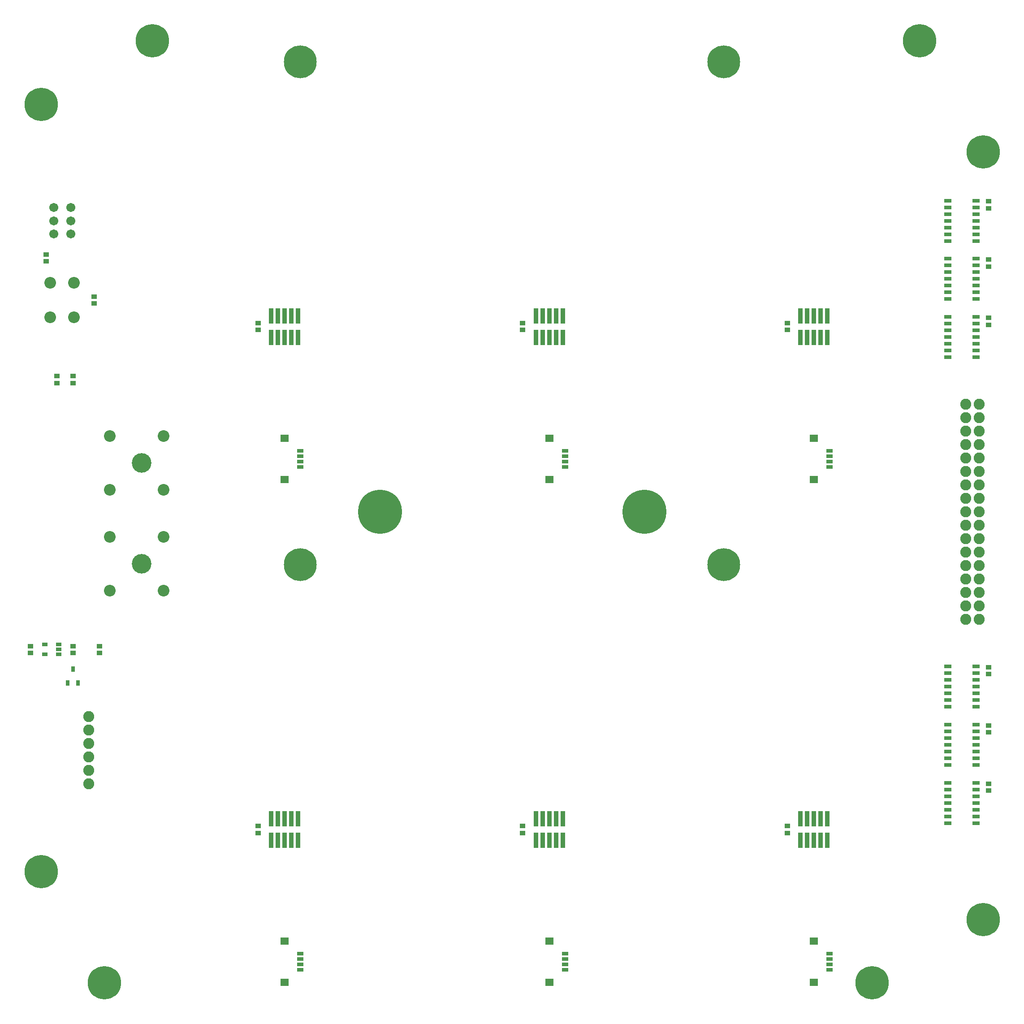
<source format=gts>
G04*
G04 #@! TF.GenerationSoftware,Altium Limited,CircuitStudio,1.5.2 (30)*
G04*
G04 Layer_Color=20142*
%FSLAX25Y25*%
%MOIN*%
G70*
G01*
G75*
%ADD44R,0.04343X0.03556*%
%ADD45R,0.04343X0.03162*%
%ADD46R,0.05918X0.05761*%
%ADD47R,0.04737X0.02965*%
%ADD48R,0.03713X0.11784*%
%ADD49R,0.05446X0.03084*%
%ADD50R,0.03162X0.04343*%
%ADD51C,0.08200*%
%ADD52C,0.06706*%
%ADD53C,0.08674*%
%ADD54C,0.24422*%
%ADD55C,0.14579*%
%ADD56C,0.24816*%
%ADD57C,0.32690*%
D44*
X429134Y868701D02*
D03*
Y863583D02*
D03*
X460630Y662795D02*
D03*
Y667913D02*
D03*
X409449D02*
D03*
Y662795D02*
D03*
X440945Y667913D02*
D03*
Y662795D02*
D03*
X1122047Y565551D02*
D03*
Y560433D02*
D03*
Y608858D02*
D03*
Y603740D02*
D03*
Y647047D02*
D03*
Y652165D02*
D03*
Y906890D02*
D03*
Y912008D02*
D03*
Y950197D02*
D03*
Y955315D02*
D03*
X775591Y902953D02*
D03*
Y908071D02*
D03*
X972441Y528937D02*
D03*
Y534055D02*
D03*
X578740Y528937D02*
D03*
Y534055D02*
D03*
Y902953D02*
D03*
Y908071D02*
D03*
X1122047Y993504D02*
D03*
Y998622D02*
D03*
X440945Y868701D02*
D03*
Y863583D02*
D03*
X456693Y922638D02*
D03*
Y927756D02*
D03*
X421260Y954134D02*
D03*
Y959252D02*
D03*
X972441Y908071D02*
D03*
Y902953D02*
D03*
X775591Y534055D02*
D03*
Y528937D02*
D03*
D45*
X420079Y661614D02*
D03*
Y669095D02*
D03*
X430315Y661614D02*
D03*
Y665354D02*
D03*
Y669095D02*
D03*
D46*
X992205Y417815D02*
D03*
Y448327D02*
D03*
X598504Y417815D02*
D03*
Y448327D02*
D03*
X795354Y417815D02*
D03*
Y448327D02*
D03*
X992205Y791831D02*
D03*
Y822342D02*
D03*
X795354Y791831D02*
D03*
Y822342D02*
D03*
X598504Y791831D02*
D03*
Y822342D02*
D03*
D47*
X1003937Y427165D02*
D03*
Y431102D02*
D03*
Y435039D02*
D03*
Y438976D02*
D03*
X610236Y427165D02*
D03*
Y431102D02*
D03*
Y435039D02*
D03*
Y438976D02*
D03*
X807087Y427165D02*
D03*
Y431102D02*
D03*
Y435039D02*
D03*
Y438976D02*
D03*
X1003937Y801181D02*
D03*
Y805118D02*
D03*
Y809055D02*
D03*
Y812992D02*
D03*
X807087Y801181D02*
D03*
Y805118D02*
D03*
Y809055D02*
D03*
Y812992D02*
D03*
X610236Y801181D02*
D03*
Y805118D02*
D03*
Y809055D02*
D03*
Y812992D02*
D03*
D48*
X1002126Y539508D02*
D03*
Y523484D02*
D03*
X997126Y539508D02*
D03*
Y523484D02*
D03*
X992126Y539508D02*
D03*
Y523484D02*
D03*
X987126Y539508D02*
D03*
Y523484D02*
D03*
X982126Y539508D02*
D03*
Y523484D02*
D03*
X608425Y539508D02*
D03*
Y523484D02*
D03*
X603425Y539508D02*
D03*
Y523484D02*
D03*
X598425Y539508D02*
D03*
Y523484D02*
D03*
X593425Y539508D02*
D03*
Y523484D02*
D03*
X588425Y539508D02*
D03*
Y523484D02*
D03*
X805276Y539508D02*
D03*
Y523484D02*
D03*
X800276Y539508D02*
D03*
Y523484D02*
D03*
X795276Y539508D02*
D03*
Y523484D02*
D03*
X790276Y539508D02*
D03*
Y523484D02*
D03*
X785276Y539508D02*
D03*
Y523484D02*
D03*
X1002126Y913524D02*
D03*
Y897500D02*
D03*
X997126Y913524D02*
D03*
Y897500D02*
D03*
X992126Y913524D02*
D03*
Y897500D02*
D03*
X987126Y913524D02*
D03*
Y897500D02*
D03*
X982126Y913524D02*
D03*
Y897500D02*
D03*
X805276Y913524D02*
D03*
Y897500D02*
D03*
X800276Y913524D02*
D03*
Y897500D02*
D03*
X795276Y913524D02*
D03*
Y897500D02*
D03*
X790276Y913524D02*
D03*
Y897500D02*
D03*
X785276Y913524D02*
D03*
Y897500D02*
D03*
X608425Y913524D02*
D03*
Y897500D02*
D03*
X603425Y913524D02*
D03*
Y897500D02*
D03*
X598425Y913524D02*
D03*
Y897500D02*
D03*
X593425Y913524D02*
D03*
Y897500D02*
D03*
X588425Y913524D02*
D03*
Y897500D02*
D03*
D49*
X1091890Y566181D02*
D03*
Y561181D02*
D03*
Y556181D02*
D03*
Y551181D02*
D03*
Y546181D02*
D03*
Y541181D02*
D03*
Y536181D02*
D03*
X1112835D02*
D03*
Y541181D02*
D03*
Y546181D02*
D03*
Y551181D02*
D03*
Y556181D02*
D03*
Y561181D02*
D03*
Y566181D02*
D03*
X1091890Y609488D02*
D03*
Y604488D02*
D03*
Y599488D02*
D03*
Y594488D02*
D03*
Y589488D02*
D03*
Y584488D02*
D03*
Y579488D02*
D03*
X1112835D02*
D03*
Y584488D02*
D03*
Y589488D02*
D03*
Y594488D02*
D03*
Y599488D02*
D03*
Y604488D02*
D03*
Y609488D02*
D03*
X1091890Y652795D02*
D03*
Y647795D02*
D03*
Y642795D02*
D03*
Y637795D02*
D03*
Y632795D02*
D03*
Y627795D02*
D03*
Y622795D02*
D03*
X1112835D02*
D03*
Y627795D02*
D03*
Y632795D02*
D03*
Y637795D02*
D03*
Y642795D02*
D03*
Y647795D02*
D03*
Y652795D02*
D03*
X1091890Y912638D02*
D03*
Y907638D02*
D03*
Y902638D02*
D03*
Y897638D02*
D03*
Y892638D02*
D03*
Y887638D02*
D03*
Y882638D02*
D03*
X1112835D02*
D03*
Y887638D02*
D03*
Y892638D02*
D03*
Y897638D02*
D03*
Y902638D02*
D03*
Y907638D02*
D03*
Y912638D02*
D03*
X1091890Y955945D02*
D03*
Y950945D02*
D03*
Y945945D02*
D03*
Y940945D02*
D03*
Y935945D02*
D03*
Y930945D02*
D03*
Y925945D02*
D03*
X1112835D02*
D03*
Y930945D02*
D03*
Y935945D02*
D03*
Y940945D02*
D03*
Y945945D02*
D03*
Y950945D02*
D03*
Y955945D02*
D03*
X1091890Y999252D02*
D03*
Y994252D02*
D03*
Y989252D02*
D03*
Y984252D02*
D03*
Y979252D02*
D03*
Y974252D02*
D03*
Y969252D02*
D03*
X1112835D02*
D03*
Y974252D02*
D03*
Y979252D02*
D03*
Y984252D02*
D03*
Y989252D02*
D03*
Y994252D02*
D03*
Y999252D02*
D03*
D50*
X440945Y650787D02*
D03*
X437205Y640551D02*
D03*
X444685D02*
D03*
D51*
X1105236Y847717D02*
D03*
X1115236D02*
D03*
X1105236Y837716D02*
D03*
X1115236D02*
D03*
X1105236Y827717D02*
D03*
X1115236D02*
D03*
X1105236Y817717D02*
D03*
X1115236D02*
D03*
X1105236Y807717D02*
D03*
X1115236D02*
D03*
X1105236Y797717D02*
D03*
X1115236D02*
D03*
X1105236Y787717D02*
D03*
X1115236D02*
D03*
X1105236Y777717D02*
D03*
X1115236D02*
D03*
X1105236Y767717D02*
D03*
X1115236D02*
D03*
X1105236Y757717D02*
D03*
X1115236D02*
D03*
X1105236Y747717D02*
D03*
X1115236D02*
D03*
X1105236Y737717D02*
D03*
X1115236D02*
D03*
X1105236Y727717D02*
D03*
X1115236D02*
D03*
X1105236Y717717D02*
D03*
X1115236D02*
D03*
X1105236Y707717D02*
D03*
X1115236D02*
D03*
X1105236Y697717D02*
D03*
X1115236D02*
D03*
X1105236Y687717D02*
D03*
X1115236D02*
D03*
X452756Y615551D02*
D03*
Y605551D02*
D03*
Y595551D02*
D03*
Y585551D02*
D03*
Y575551D02*
D03*
Y565551D02*
D03*
D52*
X439370Y974409D02*
D03*
Y984252D02*
D03*
Y994094D02*
D03*
X426772Y974409D02*
D03*
Y984252D02*
D03*
Y994094D02*
D03*
D53*
X441929Y937992D02*
D03*
Y912402D02*
D03*
X424213D02*
D03*
Y937992D02*
D03*
X508386Y749134D02*
D03*
X468386D02*
D03*
Y709134D02*
D03*
X508386D02*
D03*
Y824134D02*
D03*
X468386D02*
D03*
Y784134D02*
D03*
X508386D02*
D03*
D54*
X610236Y1102362D02*
D03*
X925197D02*
D03*
Y728346D02*
D03*
X610236D02*
D03*
D55*
X492047Y729134D02*
D03*
Y804134D02*
D03*
D56*
X500000Y1118110D02*
D03*
X417323Y1070866D02*
D03*
X464567Y417323D02*
D03*
X417323Y500000D02*
D03*
X1118110Y464567D02*
D03*
X1035433Y417323D02*
D03*
X1070866Y1118110D02*
D03*
X1118110Y1035433D02*
D03*
D57*
X669291Y767717D02*
D03*
X866142D02*
D03*
M02*

</source>
